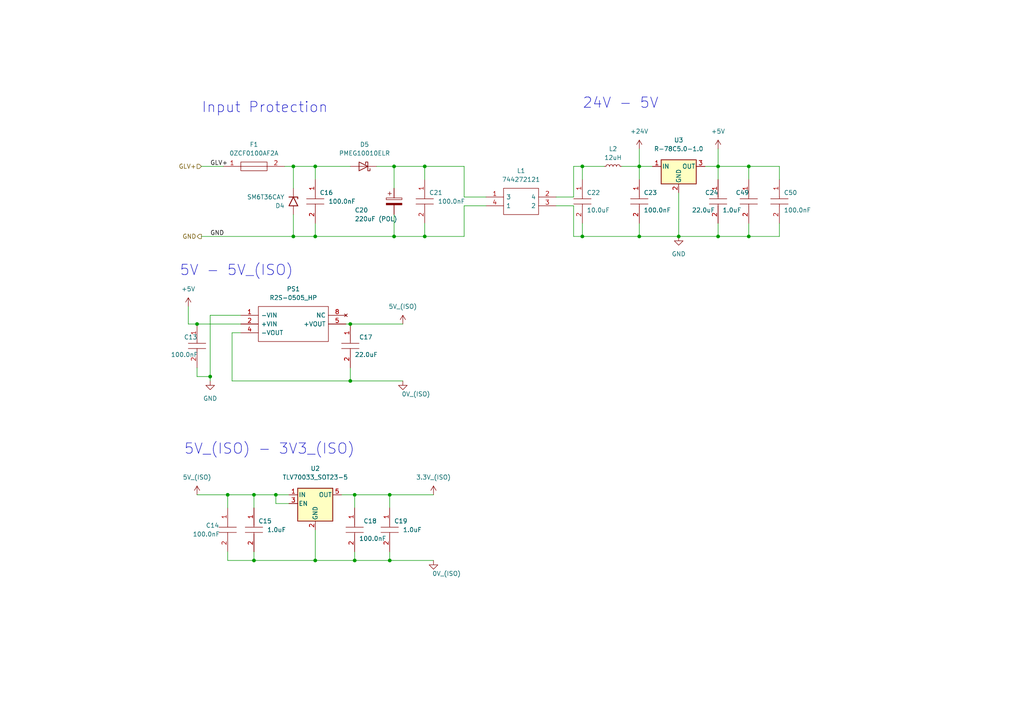
<source format=kicad_sch>
(kicad_sch (version 20211123) (generator eeschema)
  (paper "A4")
  (lib_symbols
    (symbol "0V_(ISO)_1" (power) (pin_names (offset 0))
      (property "Value" "0V_(ISO)_1" (at 0 -5.08 0))
      (symbol "0V_(ISO)_1_0_1"
        (polyline (pts (xy 0 0) (xy 0 -1.27) (xy 1.27 -1.27) (xy 0 -2.54) (xy -1.27 -1.27) (xy 0 -1.27)))
      )
      (symbol "0V_(ISO)_1_1_1"
        (pin power_in line (at 0 0 270) (length 0) hide (name "0V_(ISO)") (number "1"))
      )
    )
    (symbol "0ZCF0100AF2A:0ZCF0100AF2A" (pin_names (offset 0.762))
      (property "Reference" "F" (at 13.97 6.35 0))
      (property "Value" "0ZCF0100AF2A" (at 13.97 3.81 0))
      (symbol "0ZCF0100AF2A_0_0"
        (pin passive line (at 0 0 0) (length 5.08) (name "~") (number "1"))
        (pin passive line (at 17.78 0 180) (length 5.08) (name "~") (number "2"))
      )
      (symbol "0ZCF0100AF2A_0_1"
        (polyline (pts (xy 5.08 0) (xy 12.7 0)) (stroke (width 0.1524)))
        (polyline (pts (xy 5.08 1.27) (xy 12.7 1.27) (xy 12.7 -1.27) (xy 5.08 -1.27) (xy 5.08 1.27)) (stroke (width 0.1524)))
      )
    )
    (symbol "5V_(ISO)_1" (power) (pin_names (offset 0))
      (property "Value" "5V_(ISO)_1" (at 0 5.08 0))
      (symbol "5V_(ISO)_1_0_1"
        (polyline (pts (xy -0.762 1.27) (xy 0 2.54)))
        (polyline (pts (xy 0 0) (xy 0 2.54)))
        (polyline (pts (xy 0 2.54) (xy 0.762 1.27)))
      )
      (symbol "5V_(ISO)_1_1_1"
        (pin power_in line (at 0 0 90) (length 0) hide (name "5V_(ISO)") (number "1"))
      )
    )
    (symbol "744272121:744272121" (pin_names (offset 0.762))
      (property "Reference" "L" (at 16.51 7.62 0))
      (property "Value" "744272121" (at 16.51 5.08 0))
      (symbol "744272121_0_0"
        (pin passive line (at 0 0 0) (length 5.08) (name "3") (number "1"))
        (pin passive line (at 20.32 0 180) (length 5.08) (name "4") (number "2"))
        (pin passive line (at 20.32 -2.54 180) (length 5.08) (name "2") (number "3"))
        (pin passive line (at 0 -2.54 0) (length 5.08) (name "1") (number "4"))
      )
      (symbol "744272121_0_1"
        (polyline (pts (xy 5.08 2.54) (xy 15.24 2.54) (xy 15.24 -5.08) (xy 5.08 -5.08) (xy 5.08 2.54)) (stroke (width 0.1524)))
      )
    )
    (symbol "BMS_Library:CC0805JRX7R8BB104" (pin_names (offset 0.762))
      (property "Reference" "C" (at 8.89 6.35 0))
      (property "Value" "CC0805JRX7R8BB104" (at 8.89 3.81 0))
      (symbol "CC0805JRX7R8BB104_0_0"
        (pin passive line (at 0 0 0) (length 5.08) (name "~") (number "1"))
        (pin passive line (at 12.7 0 180) (length 5.08) (name "~") (number "2"))
      )
      (symbol "CC0805JRX7R8BB104_0_1"
        (polyline (pts (xy 5.08 0) (xy 5.588 0)) (stroke (width 0.1524)))
        (polyline (pts (xy 5.588 2.54) (xy 5.588 -2.54)) (stroke (width 0.1524)))
        (polyline (pts (xy 7.112 0) (xy 7.62 0)) (stroke (width 0.1524)))
        (polyline (pts (xy 7.112 2.54) (xy 7.112 -2.54)) (stroke (width 0.1524)))
      )
    )
    (symbol "Custom Power:+24V" (power) (pin_names (offset 0))
      (property "Value" "+24V" (at 0 3.556 0))
      (symbol "+24V_0_1"
        (polyline (pts (xy -0.762 1.27) (xy 0 2.54)))
        (polyline (pts (xy 0 0) (xy 0 2.54)))
        (polyline (pts (xy 0 2.54) (xy 0.762 1.27)))
      )
      (symbol "+24V_1_1"
        (pin power_in line (at 0 0 90) (length 0) hide (name "+24V") (number "1"))
      )
    )
    (symbol "Custom Power:+5V" (power) (pin_names (offset 0))
      (property "Value" "+5V" (at 0 3.556 0))
      (symbol "+5V_0_1"
        (polyline (pts (xy -0.762 1.27) (xy 0 2.54)))
        (polyline (pts (xy 0 0) (xy 0 2.54)))
        (polyline (pts (xy 0 2.54) (xy 0.762 1.27)))
      )
      (symbol "+5V_1_1"
        (pin power_in line (at 0 0 90) (length 0) hide (name "+5V") (number "1"))
      )
    )
    (symbol "Custom Power:3.3V_(ISO)" (power) (pin_names (offset 0))
      (property "Value" "3.3V_(ISO)" (at 0 3.556 0))
      (symbol "3.3V_(ISO)_0_1"
        (polyline (pts (xy -0.762 1.27) (xy 0 2.54)))
        (polyline (pts (xy 0 0) (xy 0 2.54)))
        (polyline (pts (xy 0 2.54) (xy 0.762 1.27)))
      )
      (symbol "3.3V_(ISO)_1_1"
        (pin power_in line (at 0 0 90) (length 0) hide (name "3.3V_(ISO)") (number "1"))
      )
    )
    (symbol "Custom Power:5V_(ISO)" (power) (pin_names (offset 0))
      (property "Value" "5V_(ISO)" (at 0 3.556 0))
      (symbol "5V_(ISO)_0_1"
        (polyline (pts (xy -0.762 1.27) (xy 0 2.54)))
        (polyline (pts (xy 0 0) (xy 0 2.54)))
        (polyline (pts (xy 0 2.54) (xy 0.762 1.27)))
      )
      (symbol "5V_(ISO)_1_1"
        (pin power_in line (at 0 0 90) (length 0) hide (name "5V_(ISO)") (number "1"))
      )
    )
    (symbol "Device:C_Polarized" (pin_numbers hide) (pin_names (offset 0.254))
      (property "Reference" "C" (at 0.635 2.54 0))
      (property "Value" "C_Polarized" (at 0.635 -2.54 0))
      (symbol "C_Polarized_0_1"
        (rectangle (start -2.286 0.508) (end 2.286 1.016))
        (polyline (pts (xy -1.778 2.286) (xy -0.762 2.286)))
        (polyline (pts (xy -1.27 2.794) (xy -1.27 1.778)))
        (rectangle (start 2.286 -0.508) (end -2.286 -1.016) (fill (type outline)))
      )
      (symbol "C_Polarized_1_1"
        (pin passive line (at 0 3.81 270) (length 2.794) (name "~") (number "1"))
        (pin passive line (at 0 -3.81 90) (length 2.794) (name "~") (number "2"))
      )
    )
    (symbol "Device:L_Small" (pin_numbers hide) (pin_names (offset 0.254) hide)
      (property "Reference" "L" (at 0.762 1.016 0))
      (property "Value" "L_Small" (at 0.762 -1.016 0))
      (symbol "L_Small_0_1"
        (arc (start 0 -2.032) (mid 0.508 -1.524) (end 0 -1.016))
        (arc (start 0 -1.016) (mid 0.508 -0.508) (end 0 0))
        (arc (start 0 0) (mid 0.508 0.508) (end 0 1.016))
        (arc (start 0 1.016) (mid 0.508 1.524) (end 0 2.032))
      )
      (symbol "L_Small_1_1"
        (pin passive line (at 0 2.54 270) (length 0.508) (name "~") (number "1"))
        (pin passive line (at 0 -2.54 90) (length 0.508) (name "~") (number "2"))
      )
    )
    (symbol "Diode:PMEG10010ELR" (pin_numbers hide) (pin_names hide)
      (property "Reference" "D" (at 0 2.54 0))
      (property "Value" "PMEG10010ELR" (at 0 -2.54 0))
      (symbol "PMEG10010ELR_0_1"
        (polyline (pts (xy 1.27 0) (xy -1.27 0)))
        (polyline (pts (xy 1.27 1.27) (xy 1.27 -1.27) (xy -1.27 0) (xy 1.27 1.27)) (stroke (width 0.2032)))
        (polyline (pts (xy -1.905 0.635) (xy -1.905 1.27) (xy -1.27 1.27) (xy -1.27 -1.27) (xy -0.635 -1.27) (xy -0.635 -0.635)) (stroke (width 0.2032)))
      )
      (symbol "PMEG10010ELR_1_1"
        (pin passive line (at -3.81 0 0) (length 2.54) (name "K") (number "1"))
        (pin passive line (at 3.81 0 180) (length 2.54) (name "A") (number "2"))
      )
    )
    (symbol "Diode:SM6T36A" (pin_numbers hide) (pin_names (offset 1.016) hide)
      (property "Reference" "D" (at 0 2.54 0))
      (property "Value" "SM6T36A" (at 0 -2.54 0))
      (symbol "SM6T36A_0_1"
        (polyline (pts (xy -0.762 1.27) (xy -1.27 1.27) (xy -1.27 -1.27)) (stroke (width 0.254)))
        (polyline (pts (xy 1.27 1.27) (xy 1.27 -1.27) (xy -1.27 0) (xy 1.27 1.27)) (stroke (width 0.254)))
      )
      (symbol "SM6T36A_1_1"
        (pin passive line (at -3.81 0 0) (length 2.54) (name "A1") (number "1"))
        (pin passive line (at 3.81 0 180) (length 2.54) (name "A2") (number "2"))
      )
    )
    (symbol "R2S-0505_HP:R2S-0505_HP" (pin_names (offset 0.762))
      (property "Reference" "PS" (at 26.67 7.62 0))
      (property "Value" "R2S-0505_HP" (at 26.67 5.08 0))
      (symbol "R2S-0505_HP_0_0"
        (pin passive line (at 0 0 0) (length 5.08) (name "-VIN") (number "1"))
        (pin passive line (at 0 -2.54 0) (length 5.08) (name "+VIN") (number "2"))
        (pin passive line (at 0 -5.08 0) (length 5.08) (name "-VOUT") (number "4"))
        (pin passive line (at 30.48 -2.54 180) (length 5.08) (name "+VOUT") (number "5"))
        (pin no_connect line (at 30.48 0 180) (length 5.08) (name "NC") (number "8"))
      )
      (symbol "R2S-0505_HP_0_1"
        (polyline (pts (xy 5.08 2.54) (xy 25.4 2.54) (xy 25.4 -7.62) (xy 5.08 -7.62) (xy 5.08 2.54)) (stroke (width 0.1524)))
      )
    )
    (symbol "Regulator_Linear:TLV70033_SOT23-5" (pin_names (offset 0.254))
      (property "Reference" "U" (at -3.81 5.715 0))
      (property "Value" "TLV70033_SOT23-5" (at 0 5.715 0))
      (symbol "TLV70033_SOT23-5_0_1"
        (rectangle (start -5.08 4.445) (end 5.08 -5.08) (stroke (width 0.254)) (fill (type background)))
      )
      (symbol "TLV70033_SOT23-5_1_1"
        (pin power_in line (at -7.62 2.54 0) (length 2.54) (name "IN") (number "1"))
        (pin power_in line (at 0 -7.62 90) (length 2.54) (name "GND") (number "2"))
        (pin input line (at -7.62 0 0) (length 2.54) (name "EN") (number "3"))
        (pin no_connect line (at 5.08 0 180) (length 2.54) hide (name "NC") (number "4"))
        (pin power_out line (at 7.62 2.54 180) (length 2.54) (name "OUT") (number "5"))
      )
    )
    (symbol "Regulator_Switching:R-78C5.0-1.0" (pin_names (offset 0.254))
      (property "Reference" "U" (at -3.81 3.175 0))
      (property "Value" "R-78C5.0-1.0" (at 0 3.175 0))
      (symbol "R-78C5.0-1.0_0_1"
        (rectangle (start -5.08 1.905) (end 5.08 -5.08) (stroke (width 0.254)) (fill (type background)))
      )
      (symbol "R-78C5.0-1.0_1_1"
        (pin power_in line (at -7.62 0 0) (length 2.54) (name "IN") (number "1"))
        (pin power_in line (at 0 -7.62 90) (length 2.54) (name "GND") (number "2"))
        (pin power_out line (at 7.62 0 180) (length 2.54) (name "OUT") (number "3"))
      )
    )
    (symbol "power:GND" (power) (pin_names (offset 0))
      (property "Value" "GND" (at 0 -3.81 0))
      (symbol "GND_0_1"
        (polyline (pts (xy 0 0) (xy 0 -1.27) (xy 1.27 -1.27) (xy 0 -2.54) (xy -1.27 -1.27) (xy 0 -1.27)))
      )
      (symbol "GND_1_1"
        (pin power_in line (at 0 0 270) (length 0) hide (name "GND") (number "1"))
      )
    )
  )
  (junction (at 73.66 143.51))
  (junction (at 91.44 162.56))
  (junction (at 91.44 68.58))
  (junction (at 101.6 110.49))
  (junction (at 101.6 93.98))
  (junction (at 185.42 48.26))
  (junction (at 123.19 48.26))
  (junction (at 208.28 68.58))
  (junction (at 80.01 143.51))
  (junction (at 196.85 68.58))
  (junction (at 168.91 68.58))
  (junction (at 185.42 68.58))
  (junction (at 217.17 48.26))
  (junction (at 217.17 68.58))
  (junction (at 114.3 68.58))
  (junction (at 102.87 162.56))
  (junction (at 85.09 68.58))
  (junction (at 113.03 162.56))
  (junction (at 66.04 143.51))
  (junction (at 208.28 48.26))
  (junction (at 57.15 93.98))
  (junction (at 114.3 48.26))
  (junction (at 123.19 68.58))
  (junction (at 102.87 143.51))
  (junction (at 85.09 48.26))
  (junction (at 73.66 162.56))
  (junction (at 91.44 48.26))
  (junction (at 113.03 143.51))
  (junction (at 60.96 109.22))
  (junction (at 168.91 48.26))
  (wire (pts (xy 85.09 48.26) (xy 85.09 54.61)))
  (wire (pts (xy 185.42 64.77) (xy 185.42 68.58)))
  (wire (pts (xy 113.03 160.02) (xy 113.03 162.56)))
  (wire (pts (xy 196.85 55.88) (xy 196.85 68.58)))
  (wire (pts (xy 102.87 143.51) (xy 113.03 143.51)))
  (wire (pts (xy 208.28 64.77) (xy 208.28 68.58)))
  (wire (pts (xy 102.87 143.51) (xy 102.87 147.32)))
  (wire (pts (xy 66.04 143.51) (xy 66.04 147.32)))
  (wire (pts (xy 102.87 160.02) (xy 102.87 162.56)))
  (wire (pts (xy 83.82 146.05) (xy 80.01 146.05)))
  (wire (pts (xy 73.66 160.02) (xy 73.66 162.56)))
  (wire (pts (xy 185.42 48.26) (xy 189.23 48.26)))
  (wire (pts (xy 166.37 57.15) (xy 166.37 48.26)))
  (wire (pts (xy 57.15 106.68) (xy 57.15 109.22)))
  (wire (pts (xy 91.44 153.67) (xy 91.44 162.56)))
  (wire (pts (xy 208.28 68.58) (xy 196.85 68.58)))
  (wire (pts (xy 91.44 68.58) (xy 114.3 68.58)))
  (wire (pts (xy 208.28 48.26) (xy 217.17 48.26)))
  (wire (pts (xy 204.47 48.26) (xy 208.28 48.26)))
  (wire (pts (xy 123.19 48.26) (xy 123.19 52.07)))
  (wire (pts (xy 67.31 96.52) (xy 67.31 110.49)))
  (wire (pts (xy 140.97 59.69) (xy 134.62 59.69)))
  (wire (pts (xy 58.42 68.58) (xy 85.09 68.58)))
  (wire (pts (xy 217.17 52.07) (xy 217.17 48.26)))
  (wire (pts (xy 101.6 106.68) (xy 101.6 110.49)))
  (wire (pts (xy 66.04 162.56) (xy 73.66 162.56)))
  (wire (pts (xy 101.6 110.49) (xy 116.84 110.49)))
  (wire (pts (xy 208.28 43.18) (xy 208.28 48.26)))
  (wire (pts (xy 54.61 93.98) (xy 57.15 93.98)))
  (wire (pts (xy 66.04 143.51) (xy 73.66 143.51)))
  (wire (pts (xy 123.19 68.58) (xy 134.62 68.58)))
  (wire (pts (xy 54.61 88.9) (xy 54.61 93.98)))
  (wire (pts (xy 80.01 143.51) (xy 83.82 143.51)))
  (wire (pts (xy 91.44 162.56) (xy 102.87 162.56)))
  (wire (pts (xy 114.3 48.26) (xy 114.3 54.61)))
  (wire (pts (xy 91.44 48.26) (xy 101.6 48.26)))
  (wire (pts (xy 123.19 64.77) (xy 123.19 68.58)))
  (wire (pts (xy 140.97 57.15) (xy 134.62 57.15)))
  (wire (pts (xy 99.06 143.51) (xy 102.87 143.51)))
  (wire (pts (xy 100.33 93.98) (xy 101.6 93.98)))
  (wire (pts (xy 161.29 57.15) (xy 166.37 57.15)))
  (wire (pts (xy 114.3 48.26) (xy 123.19 48.26)))
  (wire (pts (xy 73.66 143.51) (xy 80.01 143.51)))
  (wire (pts (xy 185.42 43.18) (xy 185.42 48.26)))
  (wire (pts (xy 226.06 68.58) (xy 217.17 68.58)))
  (wire (pts (xy 60.96 109.22) (xy 60.96 110.49)))
  (wire (pts (xy 180.34 48.26) (xy 185.42 48.26)))
  (wire (pts (xy 85.09 48.26) (xy 91.44 48.26)))
  (wire (pts (xy 102.87 162.56) (xy 113.03 162.56)))
  (wire (pts (xy 60.96 91.44) (xy 60.96 109.22)))
  (wire (pts (xy 114.3 68.58) (xy 123.19 68.58)))
  (wire (pts (xy 166.37 48.26) (xy 168.91 48.26)))
  (wire (pts (xy 113.03 143.51) (xy 125.73 143.51)))
  (wire (pts (xy 101.6 93.98) (xy 116.84 93.98)))
  (wire (pts (xy 161.29 59.69) (xy 166.37 59.69)))
  (wire (pts (xy 175.26 48.26) (xy 168.91 48.26)))
  (wire (pts (xy 109.22 48.26) (xy 114.3 48.26)))
  (wire (pts (xy 134.62 48.26) (xy 134.62 57.15)))
  (wire (pts (xy 217.17 64.77) (xy 217.17 68.58)))
  (wire (pts (xy 134.62 59.69) (xy 134.62 68.58)))
  (wire (pts (xy 217.17 48.26) (xy 226.06 48.26)))
  (wire (pts (xy 196.85 68.58) (xy 185.42 68.58)))
  (wire (pts (xy 57.15 109.22) (xy 60.96 109.22)))
  (wire (pts (xy 73.66 143.51) (xy 73.66 147.32)))
  (wire (pts (xy 114.3 62.23) (xy 114.3 68.58)))
  (wire (pts (xy 57.15 143.51) (xy 66.04 143.51)))
  (wire (pts (xy 73.66 162.56) (xy 91.44 162.56)))
  (wire (pts (xy 113.03 162.56) (xy 125.73 162.56)))
  (wire (pts (xy 166.37 68.58) (xy 166.37 59.69)))
  (wire (pts (xy 208.28 48.26) (xy 208.28 52.07)))
  (wire (pts (xy 66.04 160.02) (xy 66.04 162.56)))
  (wire (pts (xy 91.44 64.77) (xy 91.44 68.58)))
  (wire (pts (xy 60.96 91.44) (xy 69.85 91.44)))
  (wire (pts (xy 185.42 52.07) (xy 185.42 48.26)))
  (wire (pts (xy 67.31 96.52) (xy 69.85 96.52)))
  (wire (pts (xy 134.62 48.26) (xy 123.19 48.26)))
  (wire (pts (xy 226.06 52.07) (xy 226.06 48.26)))
  (wire (pts (xy 57.15 93.98) (xy 69.85 93.98)))
  (wire (pts (xy 217.17 68.58) (xy 208.28 68.58)))
  (wire (pts (xy 80.01 143.51) (xy 80.01 146.05)))
  (wire (pts (xy 113.03 143.51) (xy 113.03 147.32)))
  (wire (pts (xy 168.91 48.26) (xy 168.91 52.07)))
  (wire (pts (xy 58.42 48.26) (xy 64.77 48.26)))
  (wire (pts (xy 168.91 64.77) (xy 168.91 68.58)))
  (wire (pts (xy 226.06 64.77) (xy 226.06 68.58)))
  (wire (pts (xy 168.91 68.58) (xy 185.42 68.58)))
  (wire (pts (xy 82.55 48.26) (xy 85.09 48.26)))
  (wire (pts (xy 85.09 62.23) (xy 85.09 68.58)))
  (wire (pts (xy 101.6 110.49) (xy 67.31 110.49)))
  (wire (pts (xy 91.44 48.26) (xy 91.44 52.07)))
  (wire (pts (xy 168.91 68.58) (xy 166.37 68.58)))
  (wire (pts (xy 85.09 68.58) (xy 91.44 68.58)))
  (text "5V_(ISO) - 3V3_(ISO)\n" (at 53.34 132.08 0) (effects (font (size 3 3)) (justify left bottom)))
  (text "Input Protection " (at 58.42 33.02 0) (effects (font (size 3 3)) (justify left bottom)))
  (text "5V - 5V_(ISO)\n\n" (at 52.07 85.09 0) (effects (font (size 3 3)) (justify left bottom)))
  (text "24V - 5V\n" (at 168.91 31.75 0) (effects (font (size 3 3)) (justify left bottom)))
  (label "GND" (at 60.96 68.58 0))
  (label "GLV+" (at 60.96 48.26 0))
  (hierarchical_label "GND" (shape output) (at 58.42 68.58 180))
  (hierarchical_label "GLV+" (shape input) (at 58.42 48.26 180))
  (symbol (lib_id "Custom Power:+5V") (at 208.28 43.18 0) (unit 1)
    (property "Reference" "#PWR0188" (effects hide))
    (property "Value" "+5V" (at 208.28 38.1 0))
  )
  (symbol (lib_id "BMS_Library:CC0805JRX7R8BB104") (at 168.91 52.07 270) (unit 1)
    (property "Reference" "C22" (at 170.18 55.88 90) (effects (justify left)))
    (property "Value" "10.0uF" (at 170.18 60.96 90) (effects (justify left)))
    (property "Footprint" "Capacitor_SMD:C_0603_1608Metric_Pad1.08x0.95mm_HandSolder" (effects hide))
    (property "Datasheet" "https://www.yageo.com/upload/media/product/productsearch/datasheet/mlcc/UPY-GPHC_X7R_6.3V-to-50V_20.pdf" (effects hide))
    (property "Description" "YAGEO - CC0805JRX7R8BB104 - SMD Multilayer Ceramic Capacitor, 0.1 F, 25 V, 0805 [2012 Metric], +/- 5%, X7R, CC Series" (effects hide))
    (property "Height" "0.95" (effects hide))
    (property "Manufacturer_Name" "YAGEO" (effects hide))
    (property "Manufacturer_Part_Number" "CC0805JRX7R8BB104" (effects hide))
    (property "Mouser Part Number" "603-CC805JRX7R8BB104" (effects hide))
    (property "Mouser Price/Stock" "https://www.mouser.co.uk/ProductDetail/YAGEO/CC0805JRX7R8BB104?qs=AgBp2OyFlx%252BZU4KTc42Krw%3D%3D" (effects hide))
    (property "Arrow Part Number" "CC0805JRX7R8BB104" (effects hide))
    (property "Arrow Price/Stock" "https://www.arrow.com/en/products/cc0805jrx7r8bb104/yageo?region=nac" (effects hide))
  )
  (symbol (lib_id "BMS_Library:CC0805JRX7R8BB104") (at 101.6 93.98 270) (unit 1)
    (property "Reference" "C17" (at 104.14 97.79 90) (effects (justify left)))
    (property "Value" "22.0uF" (at 102.87 102.87 90) (effects (justify left)))
    (property "Footprint" "Capacitor_SMD:C_0805_2012Metric_Pad1.18x1.45mm_HandSolder" (effects hide))
    (property "Datasheet" "https://www.yageo.com/upload/media/product/productsearch/datasheet/mlcc/UPY-GPHC_X7R_6.3V-to-50V_20.pdf" (effects hide))
    (property "Description" "YAGEO - CC0805JRX7R8BB104 - SMD Multilayer Ceramic Capacitor, 0.1 F, 25 V, 0805 [2012 Metric], +/- 5%, X7R, CC Series" (effects hide))
    (property "Height" "0.95" (effects hide))
    (property "Manufacturer_Name" "YAGEO" (effects hide))
    (property "Manufacturer_Part_Number" "CC0805JRX7R8BB104" (effects hide))
    (property "Mouser Part Number" "603-CC805JRX7R8BB104" (effects hide))
    (property "Mouser Price/Stock" "https://www.mouser.co.uk/ProductDetail/YAGEO/CC0805JRX7R8BB104?qs=AgBp2OyFlx%252BZU4KTc42Krw%3D%3D" (effects hide))
    (property "Arrow Part Number" "CC0805JRX7R8BB104" (effects hide))
    (property "Arrow Price/Stock" "https://www.arrow.com/en/products/cc0805jrx7r8bb104/yageo?region=nac" (effects hide))
  )
  (symbol (lib_id "744272121:744272121") (at 140.97 57.15 0) (unit 1)
    (property "Reference" "L1" (at 151.13 49.53 0))
    (property "Value" "744272121" (at 151.13 52.07 0))
    (property "Footprint" "BMS_Library:WE-SL575" (effects hide))
    (property "Datasheet" "http://componentsearchengine.com/Datasheets/1/744272121.pdf" (effects hide))
    (property "Description" "Wurth WE-SL5 Series Wire-wound SMD Inductor with a Ferrite Core, 120 uH +/-40% Sectional Winding 2500mA Idc" (effects hide))
    (property "Manufacturer_Name" "Wurth Elektronik" (effects hide))
    (property "Manufacturer_Part_Number" "744272121" (effects hide))
    (property "Mouser Part Number" "710-744272121" (effects hide))
    (property "Mouser Price/Stock" "https://www.mouser.co.uk/ProductDetail/Wurth-Elektronik/744272121?qs=PGXP4M47uW7bXHmb3ZYlsQ%3D%3D" (effects hide))
  )
  (symbol (lib_id "Device:L_Small") (at 177.8 48.26 90) (unit 1)
    (property "Reference" "L2" (at 177.8 43.18 90))
    (property "Value" "12uH" (at 177.8 45.72 90))
    (property "Footprint" "Inductor_SMD:L_1210_3225Metric_Pad1.42x2.65mm_HandSolder" (effects hide))
    (property "Datasheet" "CC322522A-120K" (effects hide))
  )
  (symbol (lib_id "BMS_Library:CC0805JRX7R8BB104") (at 91.44 52.07 270) (unit 1)
    (property "Reference" "C16" (at 92.71 55.88 90) (effects (justify left)))
    (property "Value" "100.0nF" (at 95.25 58.42 90) (effects (justify left)))
    (property "Footprint" "Capacitor_SMD:C_0805_2012Metric_Pad1.18x1.45mm_HandSolder" (effects hide))
    (property "Datasheet" "https://www.yageo.com/upload/media/product/productsearch/datasheet/mlcc/UPY-GPHC_X7R_6.3V-to-50V_20.pdf" (effects hide))
    (property "Description" "YAGEO - CC0805JRX7R8BB104 - SMD Multilayer Ceramic Capacitor, 0.1 F, 25 V, 0805 [2012 Metric], +/- 5%, X7R, CC Series" (effects hide))
    (property "Height" "0.95" (effects hide))
    (property "Manufacturer_Name" "YAGEO" (effects hide))
    (property "Manufacturer_Part_Number" "CC0805JRX7R8BB104" (effects hide))
    (property "Mouser Part Number" "603-CC805JRX7R8BB104" (effects hide))
    (property "Mouser Price/Stock" "https://www.mouser.co.uk/ProductDetail/YAGEO/CC0805JRX7R8BB104?qs=AgBp2OyFlx%252BZU4KTc42Krw%3D%3D" (effects hide))
    (property "Arrow Part Number" "CC0805JRX7R8BB104" (effects hide))
    (property "Arrow Price/Stock" "https://www.arrow.com/en/products/cc0805jrx7r8bb104/yageo?region=nac" (effects hide))
  )
  (symbol (lib_id "BMS_Library:CC0805JRX7R8BB104") (at 66.04 147.32 270) (unit 1)
    (property "Reference" "C14" (at 59.69 152.4 90) (effects (justify left)))
    (property "Value" "100.0nF" (at 55.88 154.94 90) (effects (justify left)))
    (property "Footprint" "Capacitor_SMD:C_0603_1608Metric_Pad1.08x0.95mm_HandSolder" (effects hide))
    (property "Datasheet" "https://www.yageo.com/upload/media/product/productsearch/datasheet/mlcc/UPY-GPHC_X7R_6.3V-to-50V_20.pdf" (effects hide))
    (property "Description" "YAGEO - CC0805JRX7R8BB104 - SMD Multilayer Ceramic Capacitor, 0.1 F, 25 V, 0805 [2012 Metric], +/- 5%, X7R, CC Series" (effects hide))
    (property "Height" "0.95" (effects hide))
    (property "Manufacturer_Name" "YAGEO" (effects hide))
    (property "Manufacturer_Part_Number" "CC0805JRX7R8BB104" (effects hide))
    (property "Mouser Part Number" "603-CC805JRX7R8BB104" (effects hide))
    (property "Mouser Price/Stock" "https://www.mouser.co.uk/ProductDetail/YAGEO/CC0805JRX7R8BB104?qs=AgBp2OyFlx%252BZU4KTc42Krw%3D%3D" (effects hide))
    (property "Arrow Part Number" "CC0805JRX7R8BB104" (effects hide))
    (property "Arrow Price/Stock" "https://www.arrow.com/en/products/cc0805jrx7r8bb104/yageo?region=nac" (effects hide))
  )
  (symbol (lib_id "Diode:PMEG10010ELR") (at 105.41 48.26 180) (unit 1)
    (property "Reference" "D5" (at 105.7275 41.91 0))
    (property "Value" "PMEG10010ELR" (at 105.7275 44.45 0))
    (property "Footprint" "Diode_SMD:Nexperia_CFP3_SOD-123W" (effects hide))
    (property "Datasheet" "https://assets.nexperia.com/documents/data-sheet/PMEG10010ELR.pdf" (effects hide))
  )
  (symbol (lib_name "0V_(ISO)_1") (lib_id "Custom Power:0V_(ISO)") (at 125.73 162.56 0) (unit 1)
    (property "Reference" "#PWR0125" (effects hide))
    (property "Value" "0V_(ISO)" (at 129.54 166.37 0))
  )
  (symbol (lib_id "0ZCF0100AF2A:0ZCF0100AF2A") (at 64.77 48.26 0) (unit 1)
    (property "Reference" "F1" (at 73.66 41.91 0))
    (property "Value" "0ZCF0100AF2A" (at 73.66 44.45 0))
    (property "Footprint" "BMS_Library:FUSC7451X170N" (effects hide))
    (property "Datasheet" "https://componentsearchengine.com/Datasheets/1/0ZCF0100AF2A.pdf" (effects hide))
    (property "Description" "Resettable Fuses - PPTC 1A 60V PPTC 2920 SMD" (effects hide))
    (property "Height" "1.7" (effects hide))
    (property "Manufacturer_Name" "BelFuse" (effects hide))
    (property "Manufacturer_Part_Number" "0ZCF0100AF2A" (effects hide))
    (property "Mouser Part Number" "530-0ZCF0100AF2A" (effects hide))
    (property "Mouser Price/Stock" "https://www.mouser.co.uk/ProductDetail/Bel-Fuse/0ZCF0100AF2A?qs=jyPKP7YLNfDyY7GbSCl%252BVQ%3D%3D" (effects hide))
    (property "Arrow Part Number" "0ZCF0100AF2A" (effects hide))
    (property "Arrow Price/Stock" "https://www.arrow.com/en/products/0zcf0100af2a/bel-group" (effects hide))
  )
  (symbol (lib_id "BMS_Library:CC0805JRX7R8BB104") (at 185.42 52.07 270) (unit 1)
    (property "Reference" "C23" (at 186.69 55.88 90) (effects (justify left)))
    (property "Value" "100.0nF" (at 186.69 60.96 90) (effects (justify left)))
    (property "Footprint" "Capacitor_SMD:C_0603_1608Metric_Pad1.08x0.95mm_HandSolder" (effects hide))
    (property "Datasheet" "https://www.yageo.com/upload/media/product/productsearch/datasheet/mlcc/UPY-GPHC_X7R_6.3V-to-50V_20.pdf" (effects hide))
    (property "Description" "YAGEO - CC0805JRX7R8BB104 - SMD Multilayer Ceramic Capacitor, 0.1 F, 25 V, 0805 [2012 Metric], +/- 5%, X7R, CC Series" (effects hide))
    (property "Height" "0.95" (effects hide))
    (property "Manufacturer_Name" "YAGEO" (effects hide))
    (property "Manufacturer_Part_Number" "CC0805JRX7R8BB104" (effects hide))
    (property "Mouser Part Number" "603-CC805JRX7R8BB104" (effects hide))
    (property "Mouser Price/Stock" "https://www.mouser.co.uk/ProductDetail/YAGEO/CC0805JRX7R8BB104?qs=AgBp2OyFlx%252BZU4KTc42Krw%3D%3D" (effects hide))
    (property "Arrow Part Number" "CC0805JRX7R8BB104" (effects hide))
    (property "Arrow Price/Stock" "https://www.arrow.com/en/products/cc0805jrx7r8bb104/yageo?region=nac" (effects hide))
  )
  (symbol (lib_id "BMS_Library:CC0805JRX7R8BB104") (at 113.03 147.32 270) (unit 1)
    (property "Reference" "C19" (at 114.3 151.13 90) (effects (justify left)))
    (property "Value" "1.0uF" (at 116.84 153.67 90) (effects (justify left)))
    (property "Footprint" "Capacitor_SMD:C_0603_1608Metric_Pad1.08x0.95mm_HandSolder" (effects hide))
    (property "Datasheet" "https://www.yageo.com/upload/media/product/productsearch/datasheet/mlcc/UPY-GPHC_X7R_6.3V-to-50V_20.pdf" (effects hide))
    (property "Description" "YAGEO - CC0805JRX7R8BB104 - SMD Multilayer Ceramic Capacitor, 0.1 F, 25 V, 0805 [2012 Metric], +/- 5%, X7R, CC Series" (effects hide))
    (property "Height" "0.95" (effects hide))
    (property "Manufacturer_Name" "YAGEO" (effects hide))
    (property "Manufacturer_Part_Number" "CC0805JRX7R8BB104" (effects hide))
    (property "Mouser Part Number" "603-CC805JRX7R8BB104" (effects hide))
    (property "Mouser Price/Stock" "https://www.mouser.co.uk/ProductDetail/YAGEO/CC0805JRX7R8BB104?qs=AgBp2OyFlx%252BZU4KTc42Krw%3D%3D" (effects hide))
    (property "Arrow Part Number" "CC0805JRX7R8BB104" (effects hide))
    (property "Arrow Price/Stock" "https://www.arrow.com/en/products/cc0805jrx7r8bb104/yageo?region=nac" (effects hide))
  )
  (symbol (lib_id "BMS_Library:CC0805JRX7R8BB104") (at 123.19 52.07 270) (unit 1)
    (property "Reference" "C21" (at 124.46 55.88 90) (effects (justify left)))
    (property "Value" "100.0nF" (at 127 58.42 90) (effects (justify left)))
    (property "Footprint" "Capacitor_SMD:C_0603_1608Metric_Pad1.08x0.95mm_HandSolder" (effects hide))
    (property "Datasheet" "https://www.yageo.com/upload/media/product/productsearch/datasheet/mlcc/UPY-GPHC_X7R_6.3V-to-50V_20.pdf" (effects hide))
    (property "Description" "YAGEO - CC0805JRX7R8BB104 - SMD Multilayer Ceramic Capacitor, 0.1 F, 25 V, 0805 [2012 Metric], +/- 5%, X7R, CC Series" (effects hide))
    (property "Height" "0.95" (effects hide))
    (property "Manufacturer_Name" "YAGEO" (effects hide))
    (property "Manufacturer_Part_Number" "CC0805JRX7R8BB104" (effects hide))
    (property "Mouser Part Number" "603-CC805JRX7R8BB104" (effects hide))
    (property "Mouser Price/Stock" "https://www.mouser.co.uk/ProductDetail/YAGEO/CC0805JRX7R8BB104?qs=AgBp2OyFlx%252BZU4KTc42Krw%3D%3D" (effects hide))
    (property "Arrow Part Number" "CC0805JRX7R8BB104" (effects hide))
    (property "Arrow Price/Stock" "https://www.arrow.com/en/products/cc0805jrx7r8bb104/yageo?region=nac" (effects hide))
  )
  (symbol (lib_id "Custom Power:5V_(ISO)") (at 116.84 93.98 0) (unit 1)
    (property "Reference" "#PWR0128" (effects hide))
    (property "Value" "5V_(ISO)" (at 116.84 88.9 0))
  )
  (symbol (lib_name "5V_(ISO)_1") (lib_id "Custom Power:5V_(ISO)") (at 57.15 143.51 0) (unit 1)
    (property "Reference" "#PWR0182" (effects hide))
    (property "Value" "5V_(ISO)" (at 57.15 138.43 0))
  )
  (symbol (lib_id "Device:C_Polarized") (at 114.3 58.42 0) (unit 1)
    (property "Reference" "C20" (at 102.87 60.96 0) (effects (justify left)))
    (property "Value" "220uF (POL)" (at 102.87 63.5 0) (effects (justify left)))
    (property "Footprint" "BMS_Library:TLV_10X10.5_" (effects hide))
  )
  (symbol (lib_id "BMS_Library:CC0805JRX7R8BB104") (at 226.06 52.07 270) (unit 1)
    (property "Reference" "C50" (at 227.33 55.88 90) (effects (justify left)))
    (property "Value" "100.0nF" (at 227.33 60.96 90) (effects (justify left)))
    (property "Footprint" "Capacitor_SMD:C_0603_1608Metric_Pad1.08x0.95mm_HandSolder" (effects hide))
    (property "Datasheet" "https://www.yageo.com/upload/media/product/productsearch/datasheet/mlcc/UPY-GPHC_X7R_6.3V-to-50V_20.pdf" (effects hide))
    (property "Description" "YAGEO - CC0805JRX7R8BB104 - SMD Multilayer Ceramic Capacitor, 0.1 F, 25 V, 0805 [2012 Metric], +/- 5%, X7R, CC Series" (effects hide))
    (property "Height" "0.95" (effects hide))
    (property "Manufacturer_Name" "YAGEO" (effects hide))
    (property "Manufacturer_Part_Number" "CC0805JRX7R8BB104" (effects hide))
    (property "Mouser Part Number" "603-CC805JRX7R8BB104" (effects hide))
    (property "Mouser Price/Stock" "https://www.mouser.co.uk/ProductDetail/YAGEO/CC0805JRX7R8BB104?qs=AgBp2OyFlx%252BZU4KTc42Krw%3D%3D" (effects hide))
    (property "Arrow Part Number" "CC0805JRX7R8BB104" (effects hide))
    (property "Arrow Price/Stock" "https://www.arrow.com/en/products/cc0805jrx7r8bb104/yageo?region=nac" (effects hide))
  )
  (symbol (lib_id "Custom Power:+5V") (at 54.61 88.9 0) (unit 1)
    (property "Reference" "#PWR0187" (effects hide))
    (property "Value" "+5V" (at 54.61 83.82 0))
  )
  (symbol (lib_id "Regulator_Linear:TLV70033_SOT23-5") (at 91.44 146.05 0) (unit 1)
    (property "Reference" "U2" (at 91.44 135.89 0))
    (property "Value" "TLV70033_SOT23-5" (at 91.44 138.43 0))
    (property "Footprint" "Package_TO_SOT_SMD:SOT-23-5" (effects hide))
    (property "Datasheet" "http://www.ti.com/lit/ds/symlink/tlv700.pdf" (effects hide))
  )
  (symbol (lib_id "BMS_Library:CC0805JRX7R8BB104") (at 57.15 93.98 270) (unit 1)
    (property "Reference" "C13" (at 53.34 97.79 90) (effects (justify left)))
    (property "Value" "100.0nF" (at 49.53 102.87 90) (effects (justify left)))
    (property "Footprint" "Capacitor_SMD:C_0603_1608Metric_Pad1.08x0.95mm_HandSolder" (effects hide))
    (property "Datasheet" "https://www.yageo.com/upload/media/product/productsearch/datasheet/mlcc/UPY-GPHC_X7R_6.3V-to-50V_20.pdf" (effects hide))
    (property "Description" "YAGEO - CC0805JRX7R8BB104 - SMD Multilayer Ceramic Capacitor, 0.1 F, 25 V, 0805 [2012 Metric], +/- 5%, X7R, CC Series" (effects hide))
    (property "Height" "0.95" (effects hide))
    (property "Manufacturer_Name" "YAGEO" (effects hide))
    (property "Manufacturer_Part_Number" "CC0805JRX7R8BB104" (effects hide))
    (property "Mouser Part Number" "603-CC805JRX7R8BB104" (effects hide))
    (property "Mouser Price/Stock" "https://www.mouser.co.uk/ProductDetail/YAGEO/CC0805JRX7R8BB104?qs=AgBp2OyFlx%252BZU4KTc42Krw%3D%3D" (effects hide))
    (property "Arrow Part Number" "CC0805JRX7R8BB104" (effects hide))
    (property "Arrow Price/Stock" "https://www.arrow.com/en/products/cc0805jrx7r8bb104/yageo?region=nac" (effects hide))
  )
  (symbol (lib_id "power:GND") (at 196.85 68.58 0) (unit 1)
    (property "Reference" "#PWR0129" (effects hide))
    (property "Value" "GND" (at 196.85 73.66 0))
  )
  (symbol (lib_id "Custom Power:+24V") (at 185.42 43.18 0) (unit 1)
    (property "Reference" "#PWR0186" (effects hide))
    (property "Value" "+24V" (at 185.42 38.1 0))
  )
  (symbol (lib_id "Regulator_Switching:R-78C5.0-1.0") (at 196.85 48.26 0) (unit 1)
    (property "Reference" "U3" (at 196.85 40.64 0))
    (property "Value" "R-78C5.0-1.0" (at 196.85 43.18 0))
    (property "Footprint" "Converter_DCDC:Converter_DCDC_RECOM_R-78E-0.5_THT" (effects hide))
    (property "Datasheet" "https://www.recom-power.com/pdf/Innoline/R-78Cxx-1.0.pdf" (effects hide))
  )
  (symbol (lib_name "0V_(ISO)_1") (lib_id "Custom Power:0V_(ISO)") (at 116.84 110.49 0) (unit 1)
    (property "Reference" "#PWR0127" (effects hide))
    (property "Value" "0V_(ISO)" (at 120.65 114.3 0))
  )
  (symbol (lib_id "BMS_Library:CC0805JRX7R8BB104") (at 102.87 147.32 270) (unit 1)
    (property "Reference" "C18" (at 105.41 151.13 90) (effects (justify left)))
    (property "Value" "100.0nF" (at 104.14 156.21 90) (effects (justify left)))
    (property "Footprint" "Capacitor_SMD:C_0603_1608Metric_Pad1.08x0.95mm_HandSolder" (effects hide))
    (property "Datasheet" "https://www.yageo.com/upload/media/product/productsearch/datasheet/mlcc/UPY-GPHC_X7R_6.3V-to-50V_20.pdf" (effects hide))
    (property "Description" "YAGEO - CC0805JRX7R8BB104 - SMD Multilayer Ceramic Capacitor, 0.1 F, 25 V, 0805 [2012 Metric], +/- 5%, X7R, CC Series" (effects hide))
    (property "Height" "0.95" (effects hide))
    (property "Manufacturer_Name" "YAGEO" (effects hide))
    (property "Manufacturer_Part_Number" "CC0805JRX7R8BB104" (effects hide))
    (property "Mouser Part Number" "603-CC805JRX7R8BB104" (effects hide))
    (property "Mouser Price/Stock" "https://www.mouser.co.uk/ProductDetail/YAGEO/CC0805JRX7R8BB104?qs=AgBp2OyFlx%252BZU4KTc42Krw%3D%3D" (effects hide))
    (property "Arrow Part Number" "CC0805JRX7R8BB104" (effects hide))
    (property "Arrow Price/Stock" "https://www.arrow.com/en/products/cc0805jrx7r8bb104/yageo?region=nac" (effects hide))
  )
  (symbol (lib_id "BMS_Library:CC0805JRX7R8BB104") (at 208.28 52.07 270) (unit 1)
    (property "Reference" "C24" (at 204.47 55.88 90) (effects (justify left)))
    (property "Value" "22.0uF" (at 200.66 60.96 90) (effects (justify left)))
    (property "Footprint" "Capacitor_SMD:C_0805_2012Metric_Pad1.18x1.45mm_HandSolder" (effects hide))
    (property "Datasheet" "https://www.yageo.com/upload/media/product/productsearch/datasheet/mlcc/UPY-GPHC_X7R_6.3V-to-50V_20.pdf" (effects hide))
    (property "Description" "YAGEO - CC0805JRX7R8BB104 - SMD Multilayer Ceramic Capacitor, 0.1 F, 25 V, 0805 [2012 Metric], +/- 5%, X7R, CC Series" (effects hide))
    (property "Height" "0.95" (effects hide))
    (property "Manufacturer_Name" "YAGEO" (effects hide))
    (property "Manufacturer_Part_Number" "CC0805JRX7R8BB104" (effects hide))
    (property "Mouser Part Number" "603-CC805JRX7R8BB104" (effects hide))
    (property "Mouser Price/Stock" "https://www.mouser.co.uk/ProductDetail/YAGEO/CC0805JRX7R8BB104?qs=AgBp2OyFlx%252BZU4KTc42Krw%3D%3D" (effects hide))
    (property "Arrow Part Number" "CC0805JRX7R8BB104" (effects hide))
    (property "Arrow Price/Stock" "https://www.arrow.com/en/products/cc0805jrx7r8bb104/yageo?region=nac" (effects hide))
  )
  (symbol (lib_id "Custom Power:3.3V_(ISO)") (at 125.73 143.51 0) (unit 1)
    (property "Reference" "#PWR0114" (effects hide))
    (property "Value" "3.3V_(ISO)" (at 125.73 138.43 0))
  )
  (symbol (lib_id "BMS_Library:CC0805JRX7R8BB104") (at 217.17 52.07 270) (unit 1)
    (property "Reference" "C49" (at 213.36 55.88 90) (effects (justify left)))
    (property "Value" "1.0uF" (at 209.55 60.96 90) (effects (justify left)))
    (property "Footprint" "Capacitor_SMD:C_0603_1608Metric_Pad1.08x0.95mm_HandSolder" (effects hide))
    (property "Datasheet" "https://www.yageo.com/upload/media/product/productsearch/datasheet/mlcc/UPY-GPHC_X7R_6.3V-to-50V_20.pdf" (effects hide))
    (property "Description" "YAGEO - CC0805JRX7R8BB104 - SMD Multilayer Ceramic Capacitor, 0.1 F, 25 V, 0805 [2012 Metric], +/- 5%, X7R, CC Series" (effects hide))
    (property "Height" "0.95" (effects hide))
    (property "Manufacturer_Name" "YAGEO" (effects hide))
    (property "Manufacturer_Part_Number" "CC0805JRX7R8BB104" (effects hide))
    (property "Mouser Part Number" "603-CC805JRX7R8BB104" (effects hide))
    (property "Mouser Price/Stock" "https://www.mouser.co.uk/ProductDetail/YAGEO/CC0805JRX7R8BB104?qs=AgBp2OyFlx%252BZU4KTc42Krw%3D%3D" (effects hide))
    (property "Arrow Part Number" "CC0805JRX7R8BB104" (effects hide))
    (property "Arrow Price/Stock" "https://www.arrow.com/en/products/cc0805jrx7r8bb104/yageo?region=nac" (effects hide))
  )
  (symbol (lib_id "BMS_Library:CC0805JRX7R8BB104") (at 73.66 147.32 270) (unit 1)
    (property "Reference" "C15" (at 74.93 151.13 90) (effects (justify left)))
    (property "Value" "1.0uF" (at 77.47 153.67 90) (effects (justify left)))
    (property "Footprint" "Capacitor_SMD:C_0603_1608Metric_Pad1.08x0.95mm_HandSolder" (effects hide))
    (property "Datasheet" "https://www.yageo.com/upload/media/product/productsearch/datasheet/mlcc/UPY-GPHC_X7R_6.3V-to-50V_20.pdf" (effects hide))
    (property "Description" "YAGEO - CC0805JRX7R8BB104 - SMD Multilayer Ceramic Capacitor, 0.1 F, 25 V, 0805 [2012 Metric], +/- 5%, X7R, CC Series" (effects hide))
    (property "Height" "0.95" (effects hide))
    (property "Manufacturer_Name" "YAGEO" (effects hide))
    (property "Manufacturer_Part_Number" "CC0805JRX7R8BB104" (effects hide))
    (property "Mouser Part Number" "603-CC805JRX7R8BB104" (effects hide))
    (property "Mouser Price/Stock" "https://www.mouser.co.uk/ProductDetail/YAGEO/CC0805JRX7R8BB104?qs=AgBp2OyFlx%252BZU4KTc42Krw%3D%3D" (effects hide))
    (property "Arrow Part Number" "CC0805JRX7R8BB104" (effects hide))
    (property "Arrow Price/Stock" "https://www.arrow.com/en/products/cc0805jrx7r8bb104/yageo?region=nac" (effects hide))
  )
  (symbol (lib_id "power:GND") (at 60.96 110.49 0) (unit 1)
    (property "Reference" "#PWR0126" (effects hide))
    (property "Value" "GND" (at 60.96 115.57 0))
  )
  (symbol (lib_id "R2S-0505_HP:R2S-0505_HP") (at 69.85 91.44 0) (unit 1)
    (property "Reference" "PS1" (at 85.09 83.82 0))
    (property "Value" "R2S-0505_HP" (at 85.09 86.36 0))
    (property "Footprint" "BMS_Library:R2S0505HP" (effects hide))
    (property "Datasheet" "https://www.recom-power.com/pdf/Econoline/R2S_R2D.pdf" (effects hide))
    (property "Description" "RECOM POWER - R2S-0505/HP - DC-DC CONV, MEDICAL, 5V, 0.4A" (effects hide))
    (property "Height" "9.5" (effects hide))
    (property "Manufacturer_Name" "RECOM Power" (effects hide))
    (property "Manufacturer_Part_Number" "R2S-0505/HP" (effects hide))
    (property "Mouser Part Number" "919-R2S-0505HP" (effects hide))
    (property "Mouser Price/Stock" "https://www.mouser.co.uk/ProductDetail/RECOM-Power/R2S-0505-HP?qs=XF8hdbuHJAUTiUqMax4myg%3D%3D" (effects hide))
    (property "Arrow Part Number" "R2S-0505/HP" (effects hide))
    (property "Arrow Price/Stock" "https://www.arrow.com/en/products/r2s-0505hp/recom-power?region=nac" (effects hide))
  )
  (symbol (lib_id "Diode:SM6T36A") (at 85.09 58.42 270) (unit 1)
    (property "Reference" "D4" (at 82.55 59.69 90) (effects (justify right)))
    (property "Value" "SM6T36CAY" (at 82.55 57.15 90) (effects (justify right)))
    (property "Footprint" "Diode_SMD:D_SMB" (effects hide))
    (property "Datasheet" "https://www.st.com/resource/en/datasheet/sm6t.pdf" (effects hide))
  )
)
</source>
